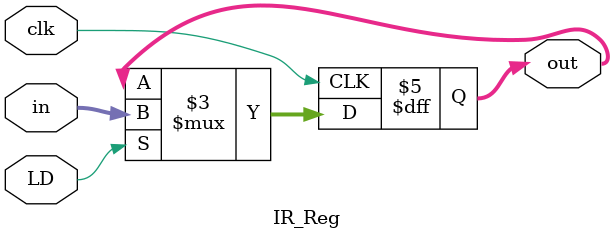
<source format=v>
module IR_Reg(
    input LD,clk
    ,input[7:0] in
    ,output reg [7:0] out
) ;

initial begin
    out=8'h0;
end

    always @(posedge clk ) begin

         if(LD)  out <=in;

    end


endmodule



</source>
